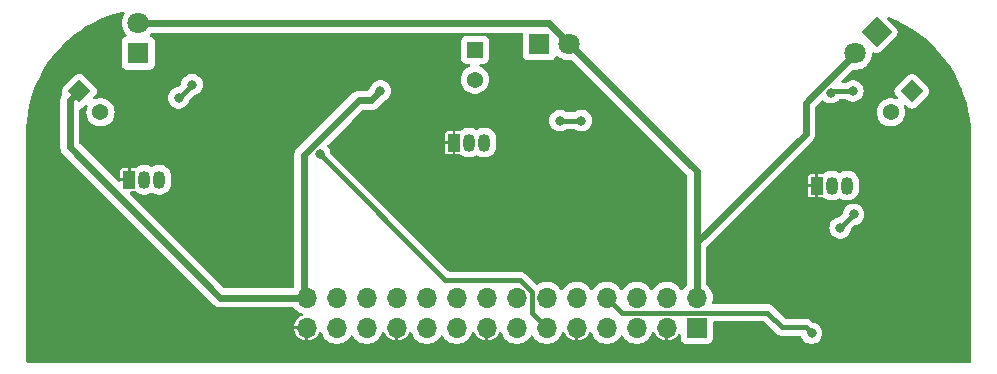
<source format=gbr>
%TF.GenerationSoftware,KiCad,Pcbnew,8.0.1*%
%TF.CreationDate,2024-03-24T13:46:44+02:00*%
%TF.ProjectId,EEE3088F Sensing Subsystem Project,45454533-3038-4384-9620-53656e73696e,rev?*%
%TF.SameCoordinates,Original*%
%TF.FileFunction,Copper,L2,Bot*%
%TF.FilePolarity,Positive*%
%FSLAX46Y46*%
G04 Gerber Fmt 4.6, Leading zero omitted, Abs format (unit mm)*
G04 Created by KiCad (PCBNEW 8.0.1) date 2024-03-24 13:46:44*
%MOMM*%
%LPD*%
G01*
G04 APERTURE LIST*
G04 Aperture macros list*
%AMRotRect*
0 Rectangle, with rotation*
0 The origin of the aperture is its center*
0 $1 length*
0 $2 width*
0 $3 Rotation angle, in degrees counterclockwise*
0 Add horizontal line*
21,1,$1,$2,0,0,$3*%
G04 Aperture macros list end*
%TA.AperFunction,ComponentPad*%
%ADD10RotRect,1.371600X1.371600X225.000000*%
%TD*%
%TA.AperFunction,ComponentPad*%
%ADD11C,1.371600*%
%TD*%
%TA.AperFunction,ComponentPad*%
%ADD12R,1.371600X1.371600*%
%TD*%
%TA.AperFunction,ComponentPad*%
%ADD13RotRect,1.371600X1.371600X315.000000*%
%TD*%
%TA.AperFunction,ComponentPad*%
%ADD14R,1.700000X1.700000*%
%TD*%
%TA.AperFunction,ComponentPad*%
%ADD15O,1.700000X1.700000*%
%TD*%
%TA.AperFunction,ComponentPad*%
%ADD16R,1.800000X1.800000*%
%TD*%
%TA.AperFunction,ComponentPad*%
%ADD17C,1.800000*%
%TD*%
%TA.AperFunction,ComponentPad*%
%ADD18RotRect,1.800000X1.800000X225.000000*%
%TD*%
%TA.AperFunction,ComponentPad*%
%ADD19R,1.050000X1.500000*%
%TD*%
%TA.AperFunction,ComponentPad*%
%ADD20O,1.050000X1.500000*%
%TD*%
%TA.AperFunction,ViaPad*%
%ADD21C,0.800000*%
%TD*%
%TA.AperFunction,Conductor*%
%ADD22C,0.600000*%
%TD*%
%TA.AperFunction,Conductor*%
%ADD23C,0.400000*%
%TD*%
G04 APERTURE END LIST*
D10*
%TO.P,LED3,1*%
%TO.N,3V3B*%
X122000000Y-120000000D03*
D11*
%TO.P,LED3,2*%
%TO.N,PA3*%
X120203949Y-121796051D03*
%TD*%
D12*
%TO.P,LED2,1*%
%TO.N,3V3B*%
X85000000Y-116500000D03*
D11*
%TO.P,LED2,2*%
%TO.N,PA4*%
X85000000Y-119040000D03*
%TD*%
D13*
%TO.P,LED1,1*%
%TO.N,3V3B*%
X51500000Y-120000000D03*
D11*
%TO.P,LED1,2*%
%TO.N,PA5*%
X53296051Y-121796051D03*
%TD*%
D14*
%TO.P,J1,1,Pin_1*%
%TO.N,RESV3*%
X103780000Y-140040000D03*
D15*
%TO.P,J1,2,Pin_2*%
%TO.N,3V3A*%
X103780000Y-137500000D03*
%TO.P,J1,3,Pin_3*%
%TO.N,GND*%
X101240000Y-140040000D03*
%TO.P,J1,4,Pin_4*%
%TO.N,BATT1*%
X101240000Y-137500000D03*
%TO.P,J1,5,Pin_5*%
%TO.N,PA3*%
X98700000Y-140040000D03*
%TO.P,J1,6,Pin_6*%
%TO.N,RESV2*%
X98700000Y-137500000D03*
%TO.P,J1,7,Pin_7*%
%TO.N,PA4*%
X96160000Y-140040000D03*
%TO.P,J1,8,Pin_8*%
%TO.N,PE15*%
X96160000Y-137500000D03*
%TO.P,J1,9,Pin_9*%
%TO.N,GND*%
X93620000Y-140040000D03*
%TO.P,J1,10,Pin_10*%
%TO.N,PE14*%
X93620000Y-137500000D03*
%TO.P,J1,11,Pin_11*%
%TO.N,PA5*%
X91080000Y-140040000D03*
%TO.P,J1,12,Pin_12*%
%TO.N,PE13*%
X91080000Y-137500000D03*
%TO.P,J1,13,Pin_13*%
%TO.N,PA6*%
X88540000Y-140040000D03*
%TO.P,J1,14,Pin_14*%
%TO.N,PE12*%
X88540000Y-137500000D03*
%TO.P,J1,15,Pin_15*%
%TO.N,GND*%
X86000000Y-140040000D03*
%TO.P,J1,16,Pin_16*%
%TO.N,PE11*%
X86000000Y-137500000D03*
%TO.P,J1,17,Pin_17*%
%TO.N,PA7*%
X83460000Y-140040000D03*
%TO.P,J1,18,Pin_18*%
%TO.N,PE10*%
X83460000Y-137500000D03*
%TO.P,J1,19,Pin_19*%
%TO.N,PC4*%
X80920000Y-140040000D03*
%TO.P,J1,20,Pin_20*%
%TO.N,PE9*%
X80920000Y-137500000D03*
%TO.P,J1,21,Pin_21*%
%TO.N,GND*%
X78380000Y-140040000D03*
%TO.P,J1,22,Pin_22*%
%TO.N,PE8*%
X78380000Y-137500000D03*
%TO.P,J1,23,Pin_23*%
%TO.N,PC5*%
X75840000Y-140040000D03*
%TO.P,J1,24,Pin_24*%
%TO.N,RESV1*%
X75840000Y-137500000D03*
%TO.P,J1,25,Pin_25*%
%TO.N,AB0*%
X73300000Y-140040000D03*
%TO.P,J1,26,Pin_26*%
%TO.N,BATT2*%
X73300000Y-137500000D03*
%TO.P,J1,27,Pin_27*%
%TO.N,GND*%
X70760000Y-140040000D03*
%TO.P,J1,28,Pin_28*%
%TO.N,3V3B*%
X70760000Y-137500000D03*
%TD*%
D16*
%TO.P,D2,1,K*%
%TO.N,Net-(D2-K)*%
X90460000Y-116000000D03*
D17*
%TO.P,D2,2,A*%
%TO.N,3V3A*%
X93000000Y-116000000D03*
%TD*%
D16*
%TO.P,D1,1,K*%
%TO.N,Net-(D1-K)*%
X56500000Y-116775000D03*
D17*
%TO.P,D1,2,A*%
%TO.N,3V3A*%
X56500000Y-114235000D03*
%TD*%
D18*
%TO.P,D3,1,K*%
%TO.N,Net-(D3-K)*%
X119000000Y-115000000D03*
D17*
%TO.P,D3,2,A*%
%TO.N,3V3A*%
X117203949Y-116796051D03*
%TD*%
D19*
%TO.P,Q2,1,E*%
%TO.N,GND*%
X83230000Y-124360000D03*
D20*
%TO.P,Q2,2,B*%
%TO.N,Net-(Q2-B)*%
X84500000Y-124360000D03*
%TO.P,Q2,3,C*%
%TO.N,Net-(Q2-C)*%
X85770000Y-124360000D03*
%TD*%
D19*
%TO.P,Q3,1,E*%
%TO.N,GND*%
X113960000Y-128000000D03*
D20*
%TO.P,Q3,2,B*%
%TO.N,Net-(Q3-B)*%
X115230001Y-128000000D03*
%TO.P,Q3,3,C*%
%TO.N,Net-(Q3-C)*%
X116500000Y-128000000D03*
%TD*%
%TO.P,Q1,3,C*%
%TO.N,Net-(Q1-C)*%
X58270000Y-127500000D03*
%TO.P,Q1,2,B*%
%TO.N,Net-(Q1-B)*%
X57000001Y-127500000D03*
D19*
%TO.P,Q1,1,E*%
%TO.N,GND*%
X55730000Y-127500000D03*
%TD*%
D21*
%TO.N,GND*%
X102500000Y-132500000D03*
X98000000Y-132500000D03*
%TO.N,PA3*%
X115136397Y-120136397D03*
X117000000Y-120000000D03*
%TO.N,GND*%
X96500000Y-125000000D03*
X98000000Y-123500000D03*
%TO.N,PE15*%
X113500000Y-140500000D03*
%TO.N,3V3B*%
X77000000Y-120000000D03*
%TO.N,PA5*%
X61047518Y-119452482D03*
X71863603Y-125363603D03*
%TO.N,Net-(Q3-B)*%
X117055686Y-130444314D03*
X115924315Y-131575685D03*
%TO.N,PA4*%
X92200000Y-122500000D03*
X94000000Y-122500000D03*
%TO.N,PA5*%
X59916147Y-120583853D03*
%TD*%
D22*
%TO.N,3V3A*%
X93000000Y-116000000D02*
X91235000Y-114235000D01*
X91235000Y-114235000D02*
X56500000Y-114235000D01*
X93000000Y-116000000D02*
X103780000Y-126780000D01*
X103780000Y-126780000D02*
X103780000Y-132812102D01*
%TO.N,3V3B*%
X51500000Y-120000000D02*
X50703949Y-120796051D01*
X50703949Y-120796051D02*
X50703949Y-124748949D01*
X50703949Y-124748949D02*
X63455000Y-137500000D01*
X63455000Y-137500000D02*
X70760000Y-137500000D01*
D23*
%TO.N,PA3*%
X117000000Y-120000000D02*
X115272794Y-120000000D01*
X115272794Y-120000000D02*
X115136397Y-120136397D01*
%TO.N,GND*%
X102500000Y-132500000D02*
X98000000Y-132500000D01*
D22*
%TO.N,3V3A*%
X103780000Y-137500000D02*
X103780000Y-132812102D01*
X103780000Y-132812102D02*
X113000000Y-123592102D01*
X113000000Y-123592102D02*
X113000000Y-121000000D01*
X113000000Y-121000000D02*
X117203949Y-116796051D01*
D23*
%TO.N,PA4*%
X94000000Y-122500000D02*
X92200000Y-122500000D01*
%TO.N,PE15*%
X113500000Y-140500000D02*
X113000000Y-140000000D01*
X113000000Y-140000000D02*
X111000000Y-140000000D01*
X111000000Y-140000000D02*
X109750000Y-138750000D01*
X109750000Y-138750000D02*
X97410000Y-138750000D01*
X97410000Y-138750000D02*
X96160000Y-137500000D01*
%TO.N,PA5*%
X71863603Y-125363603D02*
X82500000Y-136000000D01*
X88807767Y-136000000D02*
X89790000Y-136982233D01*
X82500000Y-136000000D02*
X88807767Y-136000000D01*
X89790000Y-138750000D02*
X91080000Y-140040000D01*
X89790000Y-136982233D02*
X89790000Y-138750000D01*
D22*
%TO.N,3V3B*%
X70760000Y-137500000D02*
X70500000Y-137240000D01*
X70500000Y-137240000D02*
X70500000Y-125454413D01*
X70500000Y-125454413D02*
X75158727Y-120795686D01*
X75158727Y-120795686D02*
X76204314Y-120795686D01*
X76204314Y-120795686D02*
X77000000Y-120000000D01*
D23*
%TO.N,GND*%
X98000000Y-123500000D02*
X96500000Y-125000000D01*
%TO.N,PE10*%
X83630000Y-137022233D02*
X83630000Y-138130000D01*
%TO.N,Net-(Q3-B)*%
X115924315Y-131575685D02*
X117055686Y-130444314D01*
%TO.N,PA5*%
X61047518Y-119452482D02*
X59916147Y-120583853D01*
%TD*%
%TA.AperFunction,Conductor*%
%TO.N,GND*%
G36*
X55270594Y-113266682D02*
G01*
X55326204Y-113308983D01*
X55350116Y-113374633D01*
X55334740Y-113442790D01*
X55330177Y-113450348D01*
X55257015Y-113562331D01*
X55163251Y-113776092D01*
X55105948Y-114002377D01*
X55086673Y-114234994D01*
X55086673Y-114235005D01*
X55105948Y-114467622D01*
X55163251Y-114693907D01*
X55257015Y-114907668D01*
X55384686Y-115103084D01*
X55471856Y-115197775D01*
X55502779Y-115260429D01*
X55494919Y-115329855D01*
X55450772Y-115384011D01*
X55423963Y-115397939D01*
X55353794Y-115424111D01*
X55236739Y-115511739D01*
X55149111Y-115628795D01*
X55098011Y-115765795D01*
X55098011Y-115765797D01*
X55091500Y-115826345D01*
X55091500Y-117723654D01*
X55098011Y-117784202D01*
X55098011Y-117784204D01*
X55117282Y-117835869D01*
X55149111Y-117921204D01*
X55236739Y-118038261D01*
X55353796Y-118125889D01*
X55490799Y-118176989D01*
X55518050Y-118179918D01*
X55551345Y-118183499D01*
X55551362Y-118183500D01*
X57448638Y-118183500D01*
X57448654Y-118183499D01*
X57475692Y-118180591D01*
X57509201Y-118176989D01*
X57646204Y-118125889D01*
X57763261Y-118038261D01*
X57850889Y-117921204D01*
X57901989Y-117784201D01*
X57905591Y-117750692D01*
X57908499Y-117723654D01*
X57908500Y-117723637D01*
X57908500Y-115826362D01*
X57908499Y-115826345D01*
X57905157Y-115795270D01*
X57901989Y-115765799D01*
X57901894Y-115765545D01*
X57873776Y-115690157D01*
X57850889Y-115628796D01*
X57763261Y-115511739D01*
X57646204Y-115424111D01*
X57576037Y-115397939D01*
X57520104Y-115356067D01*
X57495688Y-115290602D01*
X57510541Y-115222329D01*
X57528138Y-115197780D01*
X57615314Y-115103083D01*
X57617536Y-115099682D01*
X57670681Y-115054323D01*
X57721347Y-115043500D01*
X88927500Y-115043500D01*
X88994539Y-115063185D01*
X89040294Y-115115989D01*
X89051500Y-115167500D01*
X89051500Y-116948654D01*
X89058011Y-117009202D01*
X89058011Y-117009204D01*
X89101154Y-117124870D01*
X89109111Y-117146204D01*
X89196739Y-117263261D01*
X89313796Y-117350889D01*
X89450799Y-117401989D01*
X89478050Y-117404918D01*
X89511345Y-117408499D01*
X89511362Y-117408500D01*
X91408638Y-117408500D01*
X91408654Y-117408499D01*
X91435692Y-117405591D01*
X91469201Y-117401989D01*
X91606204Y-117350889D01*
X91723261Y-117263261D01*
X91810889Y-117146204D01*
X91835397Y-117080495D01*
X91877268Y-117024563D01*
X91942733Y-117000147D01*
X92011005Y-117014999D01*
X92038724Y-117036656D01*
X92039010Y-117036347D01*
X92042774Y-117039811D01*
X92042780Y-117039818D01*
X92226983Y-117183190D01*
X92226985Y-117183191D01*
X92226988Y-117183193D01*
X92321679Y-117234437D01*
X92432273Y-117294287D01*
X92546914Y-117333643D01*
X92653045Y-117370079D01*
X92653047Y-117370079D01*
X92653049Y-117370080D01*
X92883288Y-117408500D01*
X92883289Y-117408500D01*
X93116708Y-117408500D01*
X93116712Y-117408500D01*
X93180930Y-117397783D01*
X93250292Y-117406164D01*
X93289019Y-117432411D01*
X102935181Y-127078573D01*
X102968666Y-127139896D01*
X102971500Y-127166254D01*
X102971500Y-136347167D01*
X102951815Y-136414206D01*
X102923664Y-136445019D01*
X102856763Y-136497091D01*
X102856756Y-136497097D01*
X102704284Y-136662723D01*
X102704276Y-136662734D01*
X102613808Y-136801206D01*
X102560662Y-136846562D01*
X102491431Y-136855986D01*
X102428095Y-136826484D01*
X102406192Y-136801206D01*
X102315723Y-136662734D01*
X102315715Y-136662723D01*
X102163243Y-136497097D01*
X102163238Y-136497092D01*
X101985577Y-136358812D01*
X101985572Y-136358808D01*
X101787580Y-136251661D01*
X101787577Y-136251659D01*
X101787574Y-136251658D01*
X101787571Y-136251657D01*
X101787569Y-136251656D01*
X101574637Y-136178556D01*
X101352569Y-136141500D01*
X101127431Y-136141500D01*
X100905362Y-136178556D01*
X100692430Y-136251656D01*
X100692419Y-136251661D01*
X100494427Y-136358808D01*
X100494422Y-136358812D01*
X100316761Y-136497092D01*
X100316756Y-136497097D01*
X100164284Y-136662723D01*
X100164276Y-136662734D01*
X100073808Y-136801206D01*
X100020662Y-136846562D01*
X99951431Y-136855986D01*
X99888095Y-136826484D01*
X99866192Y-136801206D01*
X99775723Y-136662734D01*
X99775715Y-136662723D01*
X99623243Y-136497097D01*
X99623238Y-136497092D01*
X99445577Y-136358812D01*
X99445572Y-136358808D01*
X99247580Y-136251661D01*
X99247577Y-136251659D01*
X99247574Y-136251658D01*
X99247571Y-136251657D01*
X99247569Y-136251656D01*
X99034637Y-136178556D01*
X98812569Y-136141500D01*
X98587431Y-136141500D01*
X98365362Y-136178556D01*
X98152430Y-136251656D01*
X98152419Y-136251661D01*
X97954427Y-136358808D01*
X97954422Y-136358812D01*
X97776761Y-136497092D01*
X97776756Y-136497097D01*
X97624284Y-136662723D01*
X97624276Y-136662734D01*
X97533808Y-136801206D01*
X97480662Y-136846562D01*
X97411431Y-136855986D01*
X97348095Y-136826484D01*
X97326192Y-136801206D01*
X97235723Y-136662734D01*
X97235715Y-136662723D01*
X97083243Y-136497097D01*
X97083238Y-136497092D01*
X96905577Y-136358812D01*
X96905572Y-136358808D01*
X96707580Y-136251661D01*
X96707577Y-136251659D01*
X96707574Y-136251658D01*
X96707571Y-136251657D01*
X96707569Y-136251656D01*
X96494637Y-136178556D01*
X96272569Y-136141500D01*
X96047431Y-136141500D01*
X95825362Y-136178556D01*
X95612430Y-136251656D01*
X95612419Y-136251661D01*
X95414427Y-136358808D01*
X95414422Y-136358812D01*
X95236761Y-136497092D01*
X95236756Y-136497097D01*
X95084284Y-136662723D01*
X95084276Y-136662734D01*
X94993808Y-136801206D01*
X94940662Y-136846562D01*
X94871431Y-136855986D01*
X94808095Y-136826484D01*
X94786192Y-136801206D01*
X94695723Y-136662734D01*
X94695715Y-136662723D01*
X94543243Y-136497097D01*
X94543238Y-136497092D01*
X94365577Y-136358812D01*
X94365572Y-136358808D01*
X94167580Y-136251661D01*
X94167577Y-136251659D01*
X94167574Y-136251658D01*
X94167571Y-136251657D01*
X94167569Y-136251656D01*
X93954637Y-136178556D01*
X93732569Y-136141500D01*
X93507431Y-136141500D01*
X93285362Y-136178556D01*
X93072430Y-136251656D01*
X93072419Y-136251661D01*
X92874427Y-136358808D01*
X92874422Y-136358812D01*
X92696761Y-136497092D01*
X92696756Y-136497097D01*
X92544284Y-136662723D01*
X92544276Y-136662734D01*
X92453808Y-136801206D01*
X92400662Y-136846562D01*
X92331431Y-136855986D01*
X92268095Y-136826484D01*
X92246192Y-136801206D01*
X92155723Y-136662734D01*
X92155715Y-136662723D01*
X92003243Y-136497097D01*
X92003238Y-136497092D01*
X91825577Y-136358812D01*
X91825572Y-136358808D01*
X91627580Y-136251661D01*
X91627577Y-136251659D01*
X91627574Y-136251658D01*
X91627571Y-136251657D01*
X91627569Y-136251656D01*
X91414637Y-136178556D01*
X91192569Y-136141500D01*
X90967431Y-136141500D01*
X90745362Y-136178556D01*
X90532430Y-136251656D01*
X90532419Y-136251661D01*
X90334426Y-136358809D01*
X90334415Y-136358816D01*
X90327553Y-136364157D01*
X90262557Y-136389795D01*
X90194018Y-136376223D01*
X90163717Y-136353979D01*
X89259413Y-135449674D01*
X89259405Y-135449668D01*
X89143370Y-135372136D01*
X89143366Y-135372134D01*
X89116663Y-135361073D01*
X89052194Y-135334369D01*
X89052193Y-135334368D01*
X89014431Y-135318727D01*
X89014425Y-135318725D01*
X88945988Y-135305113D01*
X88877552Y-135291500D01*
X88877549Y-135291500D01*
X88877548Y-135291500D01*
X82844832Y-135291500D01*
X82777793Y-135271815D01*
X82757151Y-135255181D01*
X72797766Y-125295795D01*
X72764281Y-125234472D01*
X72762126Y-125221073D01*
X72761864Y-125218582D01*
X72757145Y-125173675D01*
X72744458Y-125134628D01*
X82455000Y-125134628D01*
X82469503Y-125207540D01*
X82469505Y-125207544D01*
X82524760Y-125290239D01*
X82607455Y-125345494D01*
X82607459Y-125345496D01*
X82680371Y-125359999D01*
X82680374Y-125360000D01*
X83105000Y-125360000D01*
X83105000Y-124714734D01*
X83180630Y-124735000D01*
X83279370Y-124735000D01*
X83355000Y-124714734D01*
X83355000Y-125360000D01*
X83762973Y-125360000D01*
X83830012Y-125379685D01*
X83840470Y-125387297D01*
X84010447Y-125500872D01*
X84010460Y-125500879D01*
X84198534Y-125578781D01*
X84198539Y-125578783D01*
X84398204Y-125618499D01*
X84398207Y-125618500D01*
X84398209Y-125618500D01*
X84601793Y-125618500D01*
X84601794Y-125618499D01*
X84801461Y-125578783D01*
X84989546Y-125500876D01*
X85066112Y-125449715D01*
X85132786Y-125428839D01*
X85200166Y-125447323D01*
X85203832Y-125449679D01*
X85280454Y-125500876D01*
X85280457Y-125500877D01*
X85280460Y-125500879D01*
X85468534Y-125578781D01*
X85468539Y-125578783D01*
X85668204Y-125618499D01*
X85668207Y-125618500D01*
X85668209Y-125618500D01*
X85871793Y-125618500D01*
X85871794Y-125618499D01*
X86071461Y-125578783D01*
X86259546Y-125500876D01*
X86428818Y-125387772D01*
X86572772Y-125243818D01*
X86685876Y-125074546D01*
X86687161Y-125071445D01*
X86703531Y-125031923D01*
X86763783Y-124886461D01*
X86803500Y-124686791D01*
X86803500Y-124033209D01*
X86803500Y-124033206D01*
X86803499Y-124033204D01*
X86798994Y-124010556D01*
X86763783Y-123833539D01*
X86761458Y-123827926D01*
X86685879Y-123645460D01*
X86685872Y-123645447D01*
X86572772Y-123476182D01*
X86572769Y-123476178D01*
X86428821Y-123332230D01*
X86428817Y-123332227D01*
X86259552Y-123219127D01*
X86259539Y-123219120D01*
X86071465Y-123141218D01*
X86071453Y-123141215D01*
X85871794Y-123101500D01*
X85871791Y-123101500D01*
X85668209Y-123101500D01*
X85668206Y-123101500D01*
X85468546Y-123141215D01*
X85468534Y-123141218D01*
X85280457Y-123219122D01*
X85203890Y-123270282D01*
X85137212Y-123291159D01*
X85069832Y-123272674D01*
X85066110Y-123270282D01*
X85042785Y-123254697D01*
X84989546Y-123219124D01*
X84989543Y-123219122D01*
X84989542Y-123219122D01*
X84801465Y-123141218D01*
X84801453Y-123141215D01*
X84601794Y-123101500D01*
X84601791Y-123101500D01*
X84398209Y-123101500D01*
X84398206Y-123101500D01*
X84198546Y-123141215D01*
X84198534Y-123141218D01*
X84010460Y-123219120D01*
X84010447Y-123219127D01*
X83899099Y-123293529D01*
X83841184Y-123332227D01*
X83836118Y-123335612D01*
X83835382Y-123334511D01*
X83777323Y-123359167D01*
X83762974Y-123360000D01*
X83355000Y-123360000D01*
X83355000Y-124005265D01*
X83279370Y-123985000D01*
X83180630Y-123985000D01*
X83105000Y-124005265D01*
X83105000Y-123360000D01*
X82680373Y-123360000D01*
X82607459Y-123374503D01*
X82607455Y-123374505D01*
X82524760Y-123429760D01*
X82469505Y-123512455D01*
X82469503Y-123512459D01*
X82455000Y-123585371D01*
X82455000Y-124235000D01*
X82875265Y-124235000D01*
X82855000Y-124310630D01*
X82855000Y-124409370D01*
X82875265Y-124485000D01*
X82455000Y-124485000D01*
X82455000Y-125134628D01*
X72744458Y-125134628D01*
X72698130Y-124992047D01*
X72602643Y-124826659D01*
X72524315Y-124739666D01*
X72494087Y-124676679D01*
X72502712Y-124607344D01*
X72528783Y-124569020D01*
X74597804Y-122500000D01*
X91286496Y-122500000D01*
X91306458Y-122689928D01*
X91306459Y-122689931D01*
X91365470Y-122871549D01*
X91365473Y-122871556D01*
X91460960Y-123036944D01*
X91588747Y-123178866D01*
X91743248Y-123291118D01*
X91917712Y-123368794D01*
X92104513Y-123408500D01*
X92295487Y-123408500D01*
X92482288Y-123368794D01*
X92656752Y-123291118D01*
X92685430Y-123270282D01*
X92737871Y-123232182D01*
X92803677Y-123208702D01*
X92810756Y-123208500D01*
X93389244Y-123208500D01*
X93456283Y-123228185D01*
X93462129Y-123232182D01*
X93543243Y-123291115D01*
X93543245Y-123291116D01*
X93543248Y-123291118D01*
X93717712Y-123368794D01*
X93904513Y-123408500D01*
X94095487Y-123408500D01*
X94282288Y-123368794D01*
X94456752Y-123291118D01*
X94611253Y-123178866D01*
X94739040Y-123036944D01*
X94834527Y-122871556D01*
X94893542Y-122689928D01*
X94913504Y-122500000D01*
X94893542Y-122310072D01*
X94834527Y-122128444D01*
X94739040Y-121963056D01*
X94611253Y-121821134D01*
X94456752Y-121708882D01*
X94282288Y-121631206D01*
X94282286Y-121631205D01*
X94095487Y-121591500D01*
X93904513Y-121591500D01*
X93717714Y-121631205D01*
X93543243Y-121708884D01*
X93462129Y-121767818D01*
X93396323Y-121791298D01*
X93389244Y-121791500D01*
X92810756Y-121791500D01*
X92743717Y-121771815D01*
X92737871Y-121767818D01*
X92656756Y-121708884D01*
X92604412Y-121685579D01*
X92482288Y-121631206D01*
X92482286Y-121631205D01*
X92295487Y-121591500D01*
X92104513Y-121591500D01*
X91917714Y-121631205D01*
X91743246Y-121708883D01*
X91588745Y-121821135D01*
X91460959Y-121963057D01*
X91365473Y-122128443D01*
X91365470Y-122128450D01*
X91306459Y-122310068D01*
X91306458Y-122310072D01*
X91286496Y-122500000D01*
X74597804Y-122500000D01*
X75457300Y-121640505D01*
X75518623Y-121607020D01*
X75544981Y-121604186D01*
X76283945Y-121604186D01*
X76283946Y-121604185D01*
X76440145Y-121573116D01*
X76513713Y-121542642D01*
X76587282Y-121512170D01*
X76719703Y-121423689D01*
X77252176Y-120891214D01*
X77289414Y-120865621D01*
X77456752Y-120791118D01*
X77611253Y-120678866D01*
X77739040Y-120536944D01*
X77834527Y-120371556D01*
X77893542Y-120189928D01*
X77913504Y-120000000D01*
X77893542Y-119810072D01*
X77834527Y-119628444D01*
X77739040Y-119463056D01*
X77611253Y-119321134D01*
X77456752Y-119208882D01*
X77282288Y-119131206D01*
X77282286Y-119131205D01*
X77095487Y-119091500D01*
X76904513Y-119091500D01*
X76717714Y-119131205D01*
X76543246Y-119208883D01*
X76388745Y-119321135D01*
X76260959Y-119463057D01*
X76165473Y-119628443D01*
X76165468Y-119628453D01*
X76144496Y-119692998D01*
X76114247Y-119742359D01*
X75905739Y-119950868D01*
X75844419Y-119984352D01*
X75818060Y-119987186D01*
X75079092Y-119987186D01*
X74922903Y-120018254D01*
X74922891Y-120018257D01*
X74870765Y-120039848D01*
X74870766Y-120039849D01*
X74775755Y-120079203D01*
X74643338Y-120167682D01*
X74643334Y-120167685D01*
X69871999Y-124939020D01*
X69871996Y-124939024D01*
X69783517Y-125071441D01*
X69758468Y-125131917D01*
X69722570Y-125218581D01*
X69722568Y-125218589D01*
X69691500Y-125374778D01*
X69691500Y-136567500D01*
X69671815Y-136634539D01*
X69619011Y-136680294D01*
X69567500Y-136691500D01*
X63841254Y-136691500D01*
X63774215Y-136671815D01*
X63753573Y-136655181D01*
X55810073Y-128711681D01*
X55776588Y-128650358D01*
X55781572Y-128580666D01*
X55823444Y-128524733D01*
X55888908Y-128500316D01*
X55897754Y-128500000D01*
X56262974Y-128500000D01*
X56330013Y-128519685D01*
X56340471Y-128527297D01*
X56510448Y-128640872D01*
X56510461Y-128640879D01*
X56681394Y-128711681D01*
X56698540Y-128718783D01*
X56898205Y-128758499D01*
X56898208Y-128758500D01*
X56898210Y-128758500D01*
X57101794Y-128758500D01*
X57101795Y-128758499D01*
X57301462Y-128718783D01*
X57489547Y-128640876D01*
X57489552Y-128640872D01*
X57489555Y-128640871D01*
X57527141Y-128615756D01*
X57566109Y-128589718D01*
X57632785Y-128568840D01*
X57700165Y-128587324D01*
X57703876Y-128589708D01*
X57780454Y-128640876D01*
X57780455Y-128640876D01*
X57780456Y-128640877D01*
X57951393Y-128711681D01*
X57968539Y-128718783D01*
X58168204Y-128758499D01*
X58168207Y-128758500D01*
X58168209Y-128758500D01*
X58371793Y-128758500D01*
X58371794Y-128758499D01*
X58571461Y-128718783D01*
X58759546Y-128640876D01*
X58928818Y-128527772D01*
X59072772Y-128383818D01*
X59185876Y-128214546D01*
X59263783Y-128026461D01*
X59303500Y-127826791D01*
X59303500Y-127173209D01*
X59303500Y-127173206D01*
X59303499Y-127173204D01*
X59296874Y-127139896D01*
X59263783Y-126973539D01*
X59216393Y-126859129D01*
X59185879Y-126785460D01*
X59185872Y-126785447D01*
X59072772Y-126616182D01*
X59072769Y-126616178D01*
X58928821Y-126472230D01*
X58928817Y-126472227D01*
X58759552Y-126359127D01*
X58759539Y-126359120D01*
X58571465Y-126281218D01*
X58571453Y-126281215D01*
X58371794Y-126241500D01*
X58371791Y-126241500D01*
X58168209Y-126241500D01*
X58168206Y-126241500D01*
X57968546Y-126281215D01*
X57968538Y-126281217D01*
X57780457Y-126359122D01*
X57780445Y-126359129D01*
X57703888Y-126410282D01*
X57637211Y-126431159D01*
X57569831Y-126412674D01*
X57566142Y-126410303D01*
X57489547Y-126359124D01*
X57489546Y-126359123D01*
X57489544Y-126359122D01*
X57301466Y-126281218D01*
X57301454Y-126281215D01*
X57101795Y-126241500D01*
X57101792Y-126241500D01*
X56898210Y-126241500D01*
X56898207Y-126241500D01*
X56698547Y-126281215D01*
X56698535Y-126281218D01*
X56510461Y-126359120D01*
X56510448Y-126359127D01*
X56365603Y-126455911D01*
X56341185Y-126472227D01*
X56336119Y-126475612D01*
X56335383Y-126474511D01*
X56277324Y-126499167D01*
X56262975Y-126500000D01*
X55855000Y-126500000D01*
X55855000Y-127145265D01*
X55779370Y-127125000D01*
X55680630Y-127125000D01*
X55605000Y-127145265D01*
X55605000Y-126500000D01*
X55180373Y-126500000D01*
X55107459Y-126514503D01*
X55107455Y-126514505D01*
X55024760Y-126569760D01*
X54969505Y-126652455D01*
X54969503Y-126652459D01*
X54955000Y-126725371D01*
X54955000Y-127375000D01*
X55375265Y-127375000D01*
X55355000Y-127450630D01*
X55355000Y-127549370D01*
X55375265Y-127625000D01*
X54955000Y-127625000D01*
X54926877Y-127653123D01*
X54865554Y-127686608D01*
X54795862Y-127681624D01*
X54751515Y-127653123D01*
X51548768Y-124450376D01*
X51515283Y-124389053D01*
X51512449Y-124362695D01*
X51512449Y-121589253D01*
X51532134Y-121522214D01*
X51584938Y-121476459D01*
X51618804Y-121466515D01*
X51644734Y-121462787D01*
X51644735Y-121462786D01*
X51644737Y-121462786D01*
X51685861Y-121444004D01*
X51777743Y-121402044D01*
X51825172Y-121363824D01*
X51988637Y-121200358D01*
X52049959Y-121166875D01*
X52119650Y-121171859D01*
X52175584Y-121213730D01*
X52200001Y-121279195D01*
X52187319Y-121343309D01*
X52177634Y-121362759D01*
X52177628Y-121362774D01*
X52117056Y-121575659D01*
X52096635Y-121796050D01*
X52096635Y-121796051D01*
X52117056Y-122016442D01*
X52177628Y-122229327D01*
X52177633Y-122229340D01*
X52233867Y-122342271D01*
X52276287Y-122427462D01*
X52409672Y-122604092D01*
X52573241Y-122753206D01*
X52573243Y-122753207D01*
X52573244Y-122753208D01*
X52761421Y-122869722D01*
X52761423Y-122869723D01*
X52761425Y-122869724D01*
X52967815Y-122949680D01*
X53185383Y-122990351D01*
X53185385Y-122990351D01*
X53406717Y-122990351D01*
X53406719Y-122990351D01*
X53624287Y-122949680D01*
X53830677Y-122869724D01*
X54018861Y-122753206D01*
X54182430Y-122604092D01*
X54315815Y-122427462D01*
X54414473Y-122229330D01*
X54475045Y-122016443D01*
X54495467Y-121796051D01*
X54475045Y-121575659D01*
X54414473Y-121362772D01*
X54400590Y-121334892D01*
X54333601Y-121200360D01*
X54315815Y-121164640D01*
X54182430Y-120988010D01*
X54018861Y-120838896D01*
X54018858Y-120838894D01*
X54018857Y-120838893D01*
X53830680Y-120722379D01*
X53830671Y-120722375D01*
X53648130Y-120651659D01*
X53624287Y-120642422D01*
X53406719Y-120601751D01*
X53185383Y-120601751D01*
X52967815Y-120642422D01*
X52967812Y-120642422D01*
X52967812Y-120642423D01*
X52828314Y-120696464D01*
X52758690Y-120702325D01*
X52696951Y-120669615D01*
X52662696Y-120608718D01*
X52664160Y-120583853D01*
X59002643Y-120583853D01*
X59022605Y-120773781D01*
X59022606Y-120773784D01*
X59081617Y-120955402D01*
X59081620Y-120955409D01*
X59177107Y-121120797D01*
X59304894Y-121262719D01*
X59459395Y-121374971D01*
X59633859Y-121452647D01*
X59820660Y-121492353D01*
X60011634Y-121492353D01*
X60198435Y-121452647D01*
X60372899Y-121374971D01*
X60527400Y-121262719D01*
X60655187Y-121120797D01*
X60750674Y-120955409D01*
X60809689Y-120773781D01*
X60814670Y-120726380D01*
X60841252Y-120661766D01*
X60850300Y-120651669D01*
X61114474Y-120387496D01*
X61175795Y-120354013D01*
X61176122Y-120353942D01*
X61329806Y-120321276D01*
X61504270Y-120243600D01*
X61658771Y-120131348D01*
X61786558Y-119989426D01*
X61882045Y-119824038D01*
X61941060Y-119642410D01*
X61961022Y-119452482D01*
X61941060Y-119262554D01*
X61882045Y-119080926D01*
X61858416Y-119040000D01*
X83800584Y-119040000D01*
X83821005Y-119260391D01*
X83881577Y-119473276D01*
X83881582Y-119473289D01*
X83980236Y-119671411D01*
X84071856Y-119792736D01*
X84113621Y-119848041D01*
X84277190Y-119997155D01*
X84277192Y-119997156D01*
X84277193Y-119997157D01*
X84465370Y-120113671D01*
X84465372Y-120113672D01*
X84465374Y-120113673D01*
X84671764Y-120193629D01*
X84889332Y-120234300D01*
X84889334Y-120234300D01*
X85110666Y-120234300D01*
X85110668Y-120234300D01*
X85328236Y-120193629D01*
X85534626Y-120113673D01*
X85722810Y-119997155D01*
X85886379Y-119848041D01*
X86019764Y-119671411D01*
X86118422Y-119473279D01*
X86178994Y-119260392D01*
X86199416Y-119040000D01*
X86178994Y-118819608D01*
X86118422Y-118606721D01*
X86106952Y-118583687D01*
X86070334Y-118510148D01*
X86019764Y-118408589D01*
X85886379Y-118231959D01*
X85722810Y-118082845D01*
X85722807Y-118082843D01*
X85722806Y-118082842D01*
X85534629Y-117966328D01*
X85534620Y-117966324D01*
X85450992Y-117933927D01*
X85395590Y-117891354D01*
X85371999Y-117825587D01*
X85387710Y-117757507D01*
X85437734Y-117708728D01*
X85495785Y-117694300D01*
X85734438Y-117694300D01*
X85734454Y-117694299D01*
X85761492Y-117691391D01*
X85795001Y-117687789D01*
X85932004Y-117636689D01*
X86049061Y-117549061D01*
X86136689Y-117432004D01*
X86187789Y-117295001D01*
X86192094Y-117254958D01*
X86194299Y-117234454D01*
X86194300Y-117234437D01*
X86194300Y-115765562D01*
X86194299Y-115765545D01*
X86190957Y-115734470D01*
X86187789Y-115704999D01*
X86182253Y-115690157D01*
X86153421Y-115612857D01*
X86136689Y-115567996D01*
X86049061Y-115450939D01*
X85932004Y-115363311D01*
X85795003Y-115312211D01*
X85734454Y-115305700D01*
X85734438Y-115305700D01*
X84265562Y-115305700D01*
X84265545Y-115305700D01*
X84204997Y-115312211D01*
X84204995Y-115312211D01*
X84067995Y-115363311D01*
X83950939Y-115450939D01*
X83863311Y-115567995D01*
X83812211Y-115704995D01*
X83812211Y-115704997D01*
X83805700Y-115765545D01*
X83805700Y-117234454D01*
X83812211Y-117295002D01*
X83812211Y-117295004D01*
X83840214Y-117370080D01*
X83863311Y-117432004D01*
X83950939Y-117549061D01*
X84067996Y-117636689D01*
X84204999Y-117687789D01*
X84232250Y-117690718D01*
X84265545Y-117694299D01*
X84265562Y-117694300D01*
X84504215Y-117694300D01*
X84571254Y-117713985D01*
X84617009Y-117766789D01*
X84626953Y-117835947D01*
X84597928Y-117899503D01*
X84549008Y-117933927D01*
X84465379Y-117966324D01*
X84465370Y-117966328D01*
X84277193Y-118082842D01*
X84113620Y-118231959D01*
X83980236Y-118408588D01*
X83881582Y-118606710D01*
X83881577Y-118606723D01*
X83821005Y-118819608D01*
X83800584Y-119039999D01*
X83800584Y-119040000D01*
X61858416Y-119040000D01*
X61786558Y-118915538D01*
X61658771Y-118773616D01*
X61504270Y-118661364D01*
X61329806Y-118583688D01*
X61329804Y-118583687D01*
X61143005Y-118543982D01*
X60952031Y-118543982D01*
X60765232Y-118583687D01*
X60765230Y-118583688D01*
X60647322Y-118636184D01*
X60590764Y-118661365D01*
X60436263Y-118773617D01*
X60308477Y-118915539D01*
X60212991Y-119080925D01*
X60212988Y-119080932D01*
X60153977Y-119262549D01*
X60153976Y-119262551D01*
X60148994Y-119309955D01*
X60122408Y-119374570D01*
X60113354Y-119384673D01*
X59849192Y-119648836D01*
X59787869Y-119682321D01*
X59787292Y-119682445D01*
X59633861Y-119715058D01*
X59459393Y-119792736D01*
X59304892Y-119904988D01*
X59177106Y-120046910D01*
X59081620Y-120212296D01*
X59081617Y-120212303D01*
X59022606Y-120393921D01*
X59022605Y-120393925D01*
X59002643Y-120583853D01*
X52664160Y-120583853D01*
X52666803Y-120538970D01*
X52695840Y-120493156D01*
X52863815Y-120325181D01*
X52863824Y-120325172D01*
X52902044Y-120277743D01*
X52962787Y-120144734D01*
X52983596Y-120000000D01*
X52962787Y-119855266D01*
X52962786Y-119855265D01*
X52962786Y-119855262D01*
X52902045Y-119722260D01*
X52902044Y-119722257D01*
X52863824Y-119674828D01*
X52863819Y-119674823D01*
X52863815Y-119674818D01*
X51825181Y-118636184D01*
X51825175Y-118636179D01*
X51825172Y-118636176D01*
X51777743Y-118597956D01*
X51777739Y-118597954D01*
X51644737Y-118537213D01*
X51644732Y-118537212D01*
X51500000Y-118516404D01*
X51355267Y-118537212D01*
X51355262Y-118537213D01*
X51222260Y-118597954D01*
X51222255Y-118597957D01*
X51174818Y-118636184D01*
X50136184Y-119674818D01*
X50097957Y-119722255D01*
X50097954Y-119722260D01*
X50037213Y-119855262D01*
X50037212Y-119855267D01*
X50016404Y-120000000D01*
X50037212Y-120144732D01*
X50037213Y-120144734D01*
X50057853Y-120189931D01*
X50061085Y-120197007D01*
X50071028Y-120266166D01*
X50051392Y-120317409D01*
X49987468Y-120413076D01*
X49987461Y-120413089D01*
X49964688Y-120468071D01*
X49964688Y-120468072D01*
X49926519Y-120560219D01*
X49926517Y-120560227D01*
X49895449Y-120716416D01*
X49895449Y-124828583D01*
X49926517Y-124984773D01*
X49926518Y-124984777D01*
X49926519Y-124984780D01*
X49946049Y-125031928D01*
X49987461Y-125131910D01*
X49987468Y-125131922D01*
X50075945Y-125264338D01*
X62939607Y-138128000D01*
X62939611Y-138128003D01*
X63072031Y-138216484D01*
X63158222Y-138252184D01*
X63219169Y-138277430D01*
X63375365Y-138308499D01*
X63375369Y-138308500D01*
X63375370Y-138308500D01*
X69603404Y-138308500D01*
X69670443Y-138328185D01*
X69694633Y-138348517D01*
X69836756Y-138502902D01*
X69836760Y-138502906D01*
X70014424Y-138641189D01*
X70014425Y-138641189D01*
X70014427Y-138641191D01*
X70115824Y-138696064D01*
X70212426Y-138748342D01*
X70251101Y-138761619D01*
X70334863Y-138790375D01*
X70391878Y-138830761D01*
X70418009Y-138895560D01*
X70404957Y-138964200D01*
X70356869Y-139014888D01*
X70339394Y-139023282D01*
X70267590Y-139051098D01*
X70267588Y-139051100D01*
X70094260Y-139158421D01*
X69943608Y-139295757D01*
X69820754Y-139458443D01*
X69729886Y-139640930D01*
X69729883Y-139640936D01*
X69674097Y-139837007D01*
X69674097Y-139837010D01*
X69666869Y-139914999D01*
X69666870Y-139915000D01*
X70275856Y-139915000D01*
X70260000Y-139974174D01*
X70260000Y-140105826D01*
X70275856Y-140165000D01*
X69666870Y-140165000D01*
X69674097Y-140242989D01*
X69674097Y-140242992D01*
X69729883Y-140439063D01*
X69729886Y-140439069D01*
X69820754Y-140621556D01*
X69943608Y-140784242D01*
X70094260Y-140921578D01*
X70267584Y-141028897D01*
X70457678Y-141102539D01*
X70635000Y-141135686D01*
X70635000Y-140524144D01*
X70694174Y-140540000D01*
X70825826Y-140540000D01*
X70885000Y-140524144D01*
X70885000Y-141135686D01*
X71062321Y-141102539D01*
X71252415Y-141028897D01*
X71425739Y-140921578D01*
X71576391Y-140784242D01*
X71699247Y-140621554D01*
X71779935Y-140459511D01*
X71827438Y-140408273D01*
X71895100Y-140390852D01*
X71961441Y-140412777D01*
X72005396Y-140467089D01*
X72008957Y-140477784D01*
X72009036Y-140477758D01*
X72010703Y-140482613D01*
X72010704Y-140482616D01*
X72020928Y-140505925D01*
X72101140Y-140688792D01*
X72224276Y-140877265D01*
X72224284Y-140877276D01*
X72376756Y-141042902D01*
X72376760Y-141042906D01*
X72554424Y-141181189D01*
X72554425Y-141181189D01*
X72554427Y-141181191D01*
X72681135Y-141249761D01*
X72752426Y-141288342D01*
X72965365Y-141361444D01*
X73187431Y-141398500D01*
X73412569Y-141398500D01*
X73634635Y-141361444D01*
X73847574Y-141288342D01*
X74045576Y-141181189D01*
X74223240Y-141042906D01*
X74375722Y-140877268D01*
X74466193Y-140738790D01*
X74519338Y-140693437D01*
X74588569Y-140684013D01*
X74651905Y-140713515D01*
X74673804Y-140738787D01*
X74764278Y-140877268D01*
X74764283Y-140877273D01*
X74764284Y-140877276D01*
X74916756Y-141042902D01*
X74916760Y-141042906D01*
X75094424Y-141181189D01*
X75094425Y-141181189D01*
X75094427Y-141181191D01*
X75221135Y-141249761D01*
X75292426Y-141288342D01*
X75505365Y-141361444D01*
X75727431Y-141398500D01*
X75952569Y-141398500D01*
X76174635Y-141361444D01*
X76387574Y-141288342D01*
X76585576Y-141181189D01*
X76763240Y-141042906D01*
X76915722Y-140877268D01*
X77038860Y-140688791D01*
X77129296Y-140482616D01*
X77129298Y-140482604D01*
X77130964Y-140477758D01*
X77132455Y-140478270D01*
X77164372Y-140424210D01*
X77226783Y-140392800D01*
X77296268Y-140400118D01*
X77350767Y-140443841D01*
X77360064Y-140459510D01*
X77440754Y-140621556D01*
X77563608Y-140784242D01*
X77714260Y-140921578D01*
X77887584Y-141028897D01*
X78077678Y-141102539D01*
X78255000Y-141135686D01*
X78255000Y-140524144D01*
X78314174Y-140540000D01*
X78445826Y-140540000D01*
X78505000Y-140524144D01*
X78505000Y-141135686D01*
X78682321Y-141102539D01*
X78872415Y-141028897D01*
X79045739Y-140921578D01*
X79196391Y-140784242D01*
X79319247Y-140621554D01*
X79399935Y-140459511D01*
X79447438Y-140408273D01*
X79515100Y-140390852D01*
X79581441Y-140412777D01*
X79625396Y-140467089D01*
X79628957Y-140477784D01*
X79629036Y-140477758D01*
X79630703Y-140482613D01*
X79630704Y-140482616D01*
X79640928Y-140505925D01*
X79721140Y-140688792D01*
X79844276Y-140877265D01*
X79844284Y-140877276D01*
X79996756Y-141042902D01*
X79996760Y-141042906D01*
X80174424Y-141181189D01*
X80174425Y-141181189D01*
X80174427Y-141181191D01*
X80301135Y-141249761D01*
X80372426Y-141288342D01*
X80585365Y-141361444D01*
X80807431Y-141398500D01*
X81032569Y-141398500D01*
X81254635Y-141361444D01*
X81467574Y-141288342D01*
X81665576Y-141181189D01*
X81843240Y-141042906D01*
X81995722Y-140877268D01*
X82086193Y-140738790D01*
X82139338Y-140693437D01*
X82208569Y-140684013D01*
X82271905Y-140713515D01*
X82293804Y-140738787D01*
X82384278Y-140877268D01*
X82384283Y-140877273D01*
X82384284Y-140877276D01*
X82536756Y-141042902D01*
X82536760Y-141042906D01*
X82714424Y-141181189D01*
X82714425Y-141181189D01*
X82714427Y-141181191D01*
X82841135Y-141249761D01*
X82912426Y-141288342D01*
X83125365Y-141361444D01*
X83347431Y-141398500D01*
X83572569Y-141398500D01*
X83794635Y-141361444D01*
X84007574Y-141288342D01*
X84205576Y-141181189D01*
X84383240Y-141042906D01*
X84535722Y-140877268D01*
X84658860Y-140688791D01*
X84749296Y-140482616D01*
X84749298Y-140482604D01*
X84750964Y-140477758D01*
X84752455Y-140478270D01*
X84784372Y-140424210D01*
X84846783Y-140392800D01*
X84916268Y-140400118D01*
X84970767Y-140443841D01*
X84980064Y-140459510D01*
X85060754Y-140621556D01*
X85183608Y-140784242D01*
X85334260Y-140921578D01*
X85507584Y-141028897D01*
X85697678Y-141102539D01*
X85875000Y-141135686D01*
X85875000Y-140524144D01*
X85934174Y-140540000D01*
X86065826Y-140540000D01*
X86125000Y-140524144D01*
X86125000Y-141135686D01*
X86302321Y-141102539D01*
X86492415Y-141028897D01*
X86665739Y-140921578D01*
X86816391Y-140784242D01*
X86939247Y-140621554D01*
X87019935Y-140459511D01*
X87067438Y-140408273D01*
X87135100Y-140390852D01*
X87201441Y-140412777D01*
X87245396Y-140467089D01*
X87248957Y-140477784D01*
X87249036Y-140477758D01*
X87250703Y-140482613D01*
X87250704Y-140482616D01*
X87260928Y-140505925D01*
X87341140Y-140688792D01*
X87464276Y-140877265D01*
X87464284Y-140877276D01*
X87616756Y-141042902D01*
X87616760Y-141042906D01*
X87794424Y-141181189D01*
X87794425Y-141181189D01*
X87794427Y-141181191D01*
X87921135Y-141249761D01*
X87992426Y-141288342D01*
X88205365Y-141361444D01*
X88427431Y-141398500D01*
X88652569Y-141398500D01*
X88874635Y-141361444D01*
X89087574Y-141288342D01*
X89285576Y-141181189D01*
X89463240Y-141042906D01*
X89615722Y-140877268D01*
X89706193Y-140738790D01*
X89759338Y-140693437D01*
X89828569Y-140684013D01*
X89891905Y-140713515D01*
X89913804Y-140738787D01*
X90004278Y-140877268D01*
X90004283Y-140877273D01*
X90004284Y-140877276D01*
X90156756Y-141042902D01*
X90156760Y-141042906D01*
X90334424Y-141181189D01*
X90334425Y-141181189D01*
X90334427Y-141181191D01*
X90461135Y-141249761D01*
X90532426Y-141288342D01*
X90745365Y-141361444D01*
X90967431Y-141398500D01*
X91192569Y-141398500D01*
X91414635Y-141361444D01*
X91627574Y-141288342D01*
X91825576Y-141181189D01*
X92003240Y-141042906D01*
X92155722Y-140877268D01*
X92278860Y-140688791D01*
X92369296Y-140482616D01*
X92369298Y-140482604D01*
X92370964Y-140477758D01*
X92372455Y-140478270D01*
X92404372Y-140424210D01*
X92466783Y-140392800D01*
X92536268Y-140400118D01*
X92590767Y-140443841D01*
X92600064Y-140459510D01*
X92680754Y-140621556D01*
X92803608Y-140784242D01*
X92954260Y-140921578D01*
X93127584Y-141028897D01*
X93317678Y-141102539D01*
X93495000Y-141135686D01*
X93495000Y-140524144D01*
X93554174Y-140540000D01*
X93685826Y-140540000D01*
X93745000Y-140524144D01*
X93745000Y-141135686D01*
X93922321Y-141102539D01*
X94112415Y-141028897D01*
X94285739Y-140921578D01*
X94436391Y-140784242D01*
X94559247Y-140621554D01*
X94639935Y-140459511D01*
X94687438Y-140408273D01*
X94755100Y-140390852D01*
X94821441Y-140412777D01*
X94865396Y-140467089D01*
X94868957Y-140477784D01*
X94869036Y-140477758D01*
X94870703Y-140482613D01*
X94870704Y-140482616D01*
X94880928Y-140505925D01*
X94961140Y-140688792D01*
X95084276Y-140877265D01*
X95084284Y-140877276D01*
X95236756Y-141042902D01*
X95236760Y-141042906D01*
X95414424Y-141181189D01*
X95414425Y-141181189D01*
X95414427Y-141181191D01*
X95541135Y-141249761D01*
X95612426Y-141288342D01*
X95825365Y-141361444D01*
X96047431Y-141398500D01*
X96272569Y-141398500D01*
X96494635Y-141361444D01*
X96707574Y-141288342D01*
X96905576Y-141181189D01*
X97083240Y-141042906D01*
X97235722Y-140877268D01*
X97326193Y-140738790D01*
X97379338Y-140693437D01*
X97448569Y-140684013D01*
X97511905Y-140713515D01*
X97533804Y-140738787D01*
X97624278Y-140877268D01*
X97624283Y-140877273D01*
X97624284Y-140877276D01*
X97776756Y-141042902D01*
X97776760Y-141042906D01*
X97954424Y-141181189D01*
X97954425Y-141181189D01*
X97954427Y-141181191D01*
X98081135Y-141249761D01*
X98152426Y-141288342D01*
X98365365Y-141361444D01*
X98587431Y-141398500D01*
X98812569Y-141398500D01*
X99034635Y-141361444D01*
X99247574Y-141288342D01*
X99445576Y-141181189D01*
X99623240Y-141042906D01*
X99775722Y-140877268D01*
X99898860Y-140688791D01*
X99989296Y-140482616D01*
X99989298Y-140482604D01*
X99990964Y-140477758D01*
X99992455Y-140478270D01*
X100024372Y-140424210D01*
X100086783Y-140392800D01*
X100156268Y-140400118D01*
X100210767Y-140443841D01*
X100220064Y-140459510D01*
X100300754Y-140621556D01*
X100423608Y-140784242D01*
X100574260Y-140921578D01*
X100747584Y-141028897D01*
X100937678Y-141102539D01*
X101115000Y-141135686D01*
X101115000Y-140524144D01*
X101174174Y-140540000D01*
X101305826Y-140540000D01*
X101365000Y-140524144D01*
X101365000Y-141135686D01*
X101542321Y-141102539D01*
X101732415Y-141028897D01*
X101905739Y-140921578D01*
X102056391Y-140784242D01*
X102179245Y-140621557D01*
X102186499Y-140606989D01*
X102234001Y-140555751D01*
X102301663Y-140538329D01*
X102368004Y-140560253D01*
X102411960Y-140614564D01*
X102421500Y-140662259D01*
X102421500Y-140938654D01*
X102428011Y-140999202D01*
X102428011Y-140999204D01*
X102466554Y-141102539D01*
X102479111Y-141136204D01*
X102566739Y-141253261D01*
X102683796Y-141340889D01*
X102820799Y-141391989D01*
X102848050Y-141394918D01*
X102881345Y-141398499D01*
X102881362Y-141398500D01*
X104678638Y-141398500D01*
X104678654Y-141398499D01*
X104705692Y-141395591D01*
X104739201Y-141391989D01*
X104876204Y-141340889D01*
X104993261Y-141253261D01*
X105080889Y-141136204D01*
X105131989Y-140999201D01*
X105135591Y-140965692D01*
X105138499Y-140938654D01*
X105138500Y-140938637D01*
X105138500Y-139582500D01*
X105158185Y-139515461D01*
X105210989Y-139469706D01*
X105262500Y-139458500D01*
X109405167Y-139458500D01*
X109472206Y-139478185D01*
X109492848Y-139494819D01*
X110548353Y-140550325D01*
X110548357Y-140550328D01*
X110664392Y-140627861D01*
X110664405Y-140627868D01*
X110747434Y-140662259D01*
X110755572Y-140665630D01*
X110793338Y-140681273D01*
X110828854Y-140688337D01*
X110861730Y-140694877D01*
X110861754Y-140694881D01*
X110861778Y-140694886D01*
X110913108Y-140705096D01*
X110930217Y-140708500D01*
X110930218Y-140708500D01*
X110930219Y-140708500D01*
X112522401Y-140708500D01*
X112589440Y-140728185D01*
X112635195Y-140780989D01*
X112640332Y-140794181D01*
X112665471Y-140871552D01*
X112665473Y-140871556D01*
X112760960Y-141036944D01*
X112888747Y-141178866D01*
X113043248Y-141291118D01*
X113217712Y-141368794D01*
X113404513Y-141408500D01*
X113595487Y-141408500D01*
X113782288Y-141368794D01*
X113956752Y-141291118D01*
X114111253Y-141178866D01*
X114239040Y-141036944D01*
X114334527Y-140871556D01*
X114393542Y-140689928D01*
X114413504Y-140500000D01*
X114393542Y-140310072D01*
X114334527Y-140128444D01*
X114239040Y-139963056D01*
X114111253Y-139821134D01*
X113956752Y-139708882D01*
X113782288Y-139631206D01*
X113782286Y-139631205D01*
X113782285Y-139631205D01*
X113628854Y-139598592D01*
X113567372Y-139565399D01*
X113567092Y-139565121D01*
X113451643Y-139449672D01*
X113451642Y-139449671D01*
X113451641Y-139449670D01*
X113451638Y-139449668D01*
X113335603Y-139372136D01*
X113335599Y-139372134D01*
X113308896Y-139361073D01*
X113244427Y-139334369D01*
X113244426Y-139334368D01*
X113206666Y-139318728D01*
X113206658Y-139318726D01*
X113114163Y-139300328D01*
X113084575Y-139294442D01*
X113069783Y-139291500D01*
X113069782Y-139291500D01*
X113069781Y-139291500D01*
X111344833Y-139291500D01*
X111277794Y-139271815D01*
X111257152Y-139255181D01*
X110201646Y-138199674D01*
X110201638Y-138199668D01*
X110085603Y-138122136D01*
X110085599Y-138122134D01*
X110058896Y-138111073D01*
X109994427Y-138084369D01*
X109994426Y-138084368D01*
X109956666Y-138068728D01*
X109956658Y-138068726D01*
X109854973Y-138048500D01*
X109831512Y-138043833D01*
X109819783Y-138041500D01*
X109819782Y-138041500D01*
X109819781Y-138041500D01*
X105203571Y-138041500D01*
X105136532Y-138021815D01*
X105090777Y-137969011D01*
X105080833Y-137899853D01*
X105083365Y-137887060D01*
X105124563Y-137724371D01*
X105124564Y-137724368D01*
X105143156Y-137500000D01*
X105124564Y-137275632D01*
X105069296Y-137057384D01*
X104978860Y-136851209D01*
X104962706Y-136826484D01*
X104855723Y-136662734D01*
X104855715Y-136662723D01*
X104703243Y-136497097D01*
X104703241Y-136497096D01*
X104703240Y-136497094D01*
X104694785Y-136490513D01*
X104636336Y-136445019D01*
X104595524Y-136388309D01*
X104588500Y-136347167D01*
X104588500Y-133198356D01*
X104608185Y-133131317D01*
X104624819Y-133110675D01*
X106159809Y-131575685D01*
X115010811Y-131575685D01*
X115030773Y-131765613D01*
X115030774Y-131765616D01*
X115089785Y-131947234D01*
X115089788Y-131947241D01*
X115185275Y-132112629D01*
X115313062Y-132254551D01*
X115467563Y-132366803D01*
X115642027Y-132444479D01*
X115828828Y-132484185D01*
X116019802Y-132484185D01*
X116206603Y-132444479D01*
X116381067Y-132366803D01*
X116535568Y-132254551D01*
X116663355Y-132112629D01*
X116758842Y-131947241D01*
X116817857Y-131765613D01*
X116822838Y-131718212D01*
X116849420Y-131653598D01*
X116858468Y-131643501D01*
X117122642Y-131379328D01*
X117183963Y-131345845D01*
X117184290Y-131345774D01*
X117337974Y-131313108D01*
X117512438Y-131235432D01*
X117666939Y-131123180D01*
X117794726Y-130981258D01*
X117890213Y-130815870D01*
X117949228Y-130634242D01*
X117969190Y-130444314D01*
X117949228Y-130254386D01*
X117890213Y-130072758D01*
X117794726Y-129907370D01*
X117666939Y-129765448D01*
X117512438Y-129653196D01*
X117337974Y-129575520D01*
X117337972Y-129575519D01*
X117151173Y-129535814D01*
X116960199Y-129535814D01*
X116773400Y-129575519D01*
X116598932Y-129653197D01*
X116444431Y-129765449D01*
X116316645Y-129907371D01*
X116221159Y-130072757D01*
X116221156Y-130072764D01*
X116162145Y-130254381D01*
X116162144Y-130254383D01*
X116157162Y-130301787D01*
X116130576Y-130366402D01*
X116121522Y-130376505D01*
X115857360Y-130640668D01*
X115796037Y-130674153D01*
X115795460Y-130674277D01*
X115642029Y-130706890D01*
X115467561Y-130784568D01*
X115313060Y-130896820D01*
X115185274Y-131038742D01*
X115089788Y-131204128D01*
X115089785Y-131204135D01*
X115032861Y-131379330D01*
X115030773Y-131385757D01*
X115010811Y-131575685D01*
X106159809Y-131575685D01*
X108960866Y-128774628D01*
X113185000Y-128774628D01*
X113199503Y-128847540D01*
X113199505Y-128847544D01*
X113254760Y-128930239D01*
X113337455Y-128985494D01*
X113337459Y-128985496D01*
X113410371Y-128999999D01*
X113410374Y-129000000D01*
X113835000Y-129000000D01*
X113835000Y-128354734D01*
X113910630Y-128375000D01*
X114009370Y-128375000D01*
X114085000Y-128354734D01*
X114085000Y-129000000D01*
X114492974Y-129000000D01*
X114560013Y-129019685D01*
X114570471Y-129027297D01*
X114740448Y-129140872D01*
X114740461Y-129140879D01*
X114928535Y-129218781D01*
X114928540Y-129218783D01*
X115128205Y-129258499D01*
X115128208Y-129258500D01*
X115128210Y-129258500D01*
X115331794Y-129258500D01*
X115331795Y-129258499D01*
X115531462Y-129218783D01*
X115719547Y-129140876D01*
X115719552Y-129140872D01*
X115719555Y-129140871D01*
X115757141Y-129115756D01*
X115796109Y-129089718D01*
X115862785Y-129068840D01*
X115930165Y-129087324D01*
X115933876Y-129089708D01*
X116010454Y-129140876D01*
X116198539Y-129218783D01*
X116398204Y-129258499D01*
X116398207Y-129258500D01*
X116398209Y-129258500D01*
X116601793Y-129258500D01*
X116601794Y-129258499D01*
X116801461Y-129218783D01*
X116989546Y-129140876D01*
X117158818Y-129027772D01*
X117302772Y-128883818D01*
X117415876Y-128714546D01*
X117493783Y-128526461D01*
X117533500Y-128326791D01*
X117533500Y-127673209D01*
X117533500Y-127673206D01*
X117533499Y-127673204D01*
X117527838Y-127644745D01*
X117493783Y-127473539D01*
X117452967Y-127375000D01*
X117415879Y-127285460D01*
X117415872Y-127285447D01*
X117302772Y-127116182D01*
X117302769Y-127116178D01*
X117158821Y-126972230D01*
X117158817Y-126972227D01*
X116989552Y-126859127D01*
X116989539Y-126859120D01*
X116801465Y-126781218D01*
X116801453Y-126781215D01*
X116601794Y-126741500D01*
X116601791Y-126741500D01*
X116398209Y-126741500D01*
X116398206Y-126741500D01*
X116198546Y-126781215D01*
X116198538Y-126781217D01*
X116010457Y-126859122D01*
X116010445Y-126859129D01*
X115933888Y-126910282D01*
X115867211Y-126931159D01*
X115799831Y-126912674D01*
X115796142Y-126910303D01*
X115719547Y-126859124D01*
X115719546Y-126859123D01*
X115719544Y-126859122D01*
X115531466Y-126781218D01*
X115531454Y-126781215D01*
X115331795Y-126741500D01*
X115331792Y-126741500D01*
X115128210Y-126741500D01*
X115128207Y-126741500D01*
X114928547Y-126781215D01*
X114928535Y-126781218D01*
X114740461Y-126859120D01*
X114740448Y-126859127D01*
X114595603Y-126955911D01*
X114571185Y-126972227D01*
X114566119Y-126975612D01*
X114565383Y-126974511D01*
X114507324Y-126999167D01*
X114492975Y-127000000D01*
X114085000Y-127000000D01*
X114085000Y-127645265D01*
X114009370Y-127625000D01*
X113910630Y-127625000D01*
X113835000Y-127645265D01*
X113835000Y-127000000D01*
X113410373Y-127000000D01*
X113337459Y-127014503D01*
X113337455Y-127014505D01*
X113254760Y-127069760D01*
X113199505Y-127152455D01*
X113199503Y-127152459D01*
X113185000Y-127225371D01*
X113185000Y-127875000D01*
X113605265Y-127875000D01*
X113585000Y-127950630D01*
X113585000Y-128049370D01*
X113605265Y-128125000D01*
X113185000Y-128125000D01*
X113185000Y-128774628D01*
X108960866Y-128774628D01*
X113628003Y-124107491D01*
X113716484Y-123975070D01*
X113746956Y-123901501D01*
X113777430Y-123827933D01*
X113808500Y-123671732D01*
X113808500Y-121796051D01*
X119004533Y-121796051D01*
X119024954Y-122016442D01*
X119085526Y-122229327D01*
X119085531Y-122229340D01*
X119141765Y-122342271D01*
X119184185Y-122427462D01*
X119317570Y-122604092D01*
X119481139Y-122753206D01*
X119481141Y-122753207D01*
X119481142Y-122753208D01*
X119669319Y-122869722D01*
X119669321Y-122869723D01*
X119669323Y-122869724D01*
X119875713Y-122949680D01*
X120093281Y-122990351D01*
X120093283Y-122990351D01*
X120314615Y-122990351D01*
X120314617Y-122990351D01*
X120532185Y-122949680D01*
X120738575Y-122869724D01*
X120926759Y-122753206D01*
X121090328Y-122604092D01*
X121223713Y-122427462D01*
X121322371Y-122229330D01*
X121382943Y-122016443D01*
X121403365Y-121796051D01*
X121382943Y-121575659D01*
X121322371Y-121362772D01*
X121312682Y-121343313D01*
X121300421Y-121274528D01*
X121327294Y-121210033D01*
X121384769Y-121170305D01*
X121454600Y-121167957D01*
X121511363Y-121200360D01*
X121674818Y-121363815D01*
X121674823Y-121363819D01*
X121674828Y-121363824D01*
X121722257Y-121402044D01*
X121763384Y-121420826D01*
X121855262Y-121462786D01*
X121855265Y-121462786D01*
X121855266Y-121462787D01*
X122000000Y-121483596D01*
X122144734Y-121462787D01*
X122144735Y-121462786D01*
X122144737Y-121462786D01*
X122185861Y-121444004D01*
X122277743Y-121402044D01*
X122325172Y-121363824D01*
X123363824Y-120325172D01*
X123402044Y-120277743D01*
X123462787Y-120144734D01*
X123483596Y-120000000D01*
X123462787Y-119855266D01*
X123462786Y-119855265D01*
X123462786Y-119855262D01*
X123402045Y-119722260D01*
X123402044Y-119722257D01*
X123363824Y-119674828D01*
X123363819Y-119674823D01*
X123363815Y-119674818D01*
X122325181Y-118636184D01*
X122325175Y-118636179D01*
X122325172Y-118636176D01*
X122277743Y-118597956D01*
X122277739Y-118597954D01*
X122144737Y-118537213D01*
X122144732Y-118537212D01*
X122000000Y-118516404D01*
X121855267Y-118537212D01*
X121855262Y-118537213D01*
X121722260Y-118597954D01*
X121722255Y-118597957D01*
X121674818Y-118636184D01*
X120636184Y-119674818D01*
X120597957Y-119722255D01*
X120597954Y-119722260D01*
X120537213Y-119855262D01*
X120537212Y-119855267D01*
X120516404Y-120000000D01*
X120537212Y-120144732D01*
X120537213Y-120144737D01*
X120592669Y-120266166D01*
X120597956Y-120277743D01*
X120636176Y-120325172D01*
X120636179Y-120325175D01*
X120636184Y-120325181D01*
X120804159Y-120493156D01*
X120837644Y-120554479D01*
X120832660Y-120624171D01*
X120790788Y-120680104D01*
X120725324Y-120704521D01*
X120671685Y-120696464D01*
X120556028Y-120651659D01*
X120532185Y-120642422D01*
X120314617Y-120601751D01*
X120093281Y-120601751D01*
X119875713Y-120642422D01*
X119875710Y-120642422D01*
X119875710Y-120642423D01*
X119669328Y-120722375D01*
X119669319Y-120722379D01*
X119481142Y-120838893D01*
X119317569Y-120988010D01*
X119184185Y-121164639D01*
X119085531Y-121362761D01*
X119085526Y-121362774D01*
X119024954Y-121575659D01*
X119004533Y-121796050D01*
X119004533Y-121796051D01*
X113808500Y-121796051D01*
X113808500Y-121386253D01*
X113828185Y-121319214D01*
X113844815Y-121298576D01*
X114339402Y-120803988D01*
X114400725Y-120770504D01*
X114470417Y-120775488D01*
X114519233Y-120808698D01*
X114525144Y-120815263D01*
X114679645Y-120927515D01*
X114854109Y-121005191D01*
X115040910Y-121044897D01*
X115231884Y-121044897D01*
X115418685Y-121005191D01*
X115593149Y-120927515D01*
X115747650Y-120815263D01*
X115747655Y-120815258D01*
X115806839Y-120749528D01*
X115866326Y-120712879D01*
X115898989Y-120708500D01*
X116389244Y-120708500D01*
X116456283Y-120728185D01*
X116462129Y-120732182D01*
X116543243Y-120791115D01*
X116543245Y-120791116D01*
X116543248Y-120791118D01*
X116717712Y-120868794D01*
X116904513Y-120908500D01*
X117095487Y-120908500D01*
X117282288Y-120868794D01*
X117456752Y-120791118D01*
X117611253Y-120678866D01*
X117739040Y-120536944D01*
X117834527Y-120371556D01*
X117893542Y-120189928D01*
X117913504Y-120000000D01*
X117893542Y-119810072D01*
X117834527Y-119628444D01*
X117739040Y-119463056D01*
X117611253Y-119321134D01*
X117456752Y-119208882D01*
X117282288Y-119131206D01*
X117282286Y-119131205D01*
X117095487Y-119091500D01*
X116904513Y-119091500D01*
X116717714Y-119131205D01*
X116543243Y-119208884D01*
X116462129Y-119267818D01*
X116396323Y-119291298D01*
X116389244Y-119291500D01*
X116151254Y-119291500D01*
X116084215Y-119271815D01*
X116038460Y-119219011D01*
X116028516Y-119149853D01*
X116057541Y-119086297D01*
X116063573Y-119079819D01*
X116227854Y-118915538D01*
X116914930Y-118228460D01*
X116976251Y-118194977D01*
X117023015Y-118193834D01*
X117087237Y-118204551D01*
X117087239Y-118204551D01*
X117320660Y-118204551D01*
X117320661Y-118204551D01*
X117550900Y-118166131D01*
X117771676Y-118090338D01*
X117976966Y-117979241D01*
X118161169Y-117835869D01*
X118319263Y-117664134D01*
X118446933Y-117468720D01*
X118540698Y-117254958D01*
X118598000Y-117028677D01*
X118613804Y-116837953D01*
X118638957Y-116772768D01*
X118695359Y-116731530D01*
X118765102Y-116727332D01*
X118788886Y-116735397D01*
X118829845Y-116754102D01*
X118855263Y-116765710D01*
X118855264Y-116765710D01*
X118855266Y-116765711D01*
X119000000Y-116786521D01*
X119144734Y-116765711D01*
X119277743Y-116704969D01*
X119325172Y-116666748D01*
X120666748Y-115325172D01*
X120704969Y-115277743D01*
X120765711Y-115144734D01*
X120786521Y-115000000D01*
X120765711Y-114855266D01*
X120704969Y-114722257D01*
X120666748Y-114674828D01*
X119940014Y-113948094D01*
X119906529Y-113886771D01*
X119911513Y-113817079D01*
X119953385Y-113761146D01*
X120018849Y-113736729D01*
X120070990Y-113744216D01*
X120225396Y-113801750D01*
X120232379Y-113804599D01*
X120834702Y-114072081D01*
X120841519Y-114075362D01*
X121087843Y-114203341D01*
X121426318Y-114379198D01*
X121432946Y-114382904D01*
X121998027Y-114721949D01*
X122004416Y-114726053D01*
X122547699Y-115099059D01*
X122553824Y-115103546D01*
X122862759Y-115344754D01*
X122998758Y-115450939D01*
X123073259Y-115509107D01*
X123079095Y-115513959D01*
X123572737Y-115950555D01*
X123578268Y-115955758D01*
X124044241Y-116421731D01*
X124049444Y-116427262D01*
X124486038Y-116920901D01*
X124490892Y-116926740D01*
X124896453Y-117446175D01*
X124900940Y-117452300D01*
X125273946Y-117995583D01*
X125278050Y-118001972D01*
X125617095Y-118567053D01*
X125620801Y-118573681D01*
X125924631Y-119158467D01*
X125927924Y-119165309D01*
X126184182Y-119742359D01*
X126195390Y-119767596D01*
X126198255Y-119774620D01*
X126273972Y-119977823D01*
X126428358Y-120392156D01*
X126430790Y-120399349D01*
X126622663Y-121029808D01*
X126624650Y-121037137D01*
X126777571Y-121678143D01*
X126779106Y-121685579D01*
X126892507Y-122334754D01*
X126893584Y-122342271D01*
X126967038Y-122997164D01*
X126967653Y-123004732D01*
X126999842Y-123642231D01*
X127000000Y-123648484D01*
X127000000Y-142876000D01*
X126980315Y-142943039D01*
X126927511Y-142988794D01*
X126876000Y-143000000D01*
X47124000Y-143000000D01*
X47056961Y-142980315D01*
X47011206Y-142927511D01*
X47000000Y-142876000D01*
X47000000Y-123500812D01*
X47000012Y-123499120D01*
X47003099Y-123272887D01*
X47004407Y-123176977D01*
X47004680Y-123170278D01*
X47009349Y-123101500D01*
X47048408Y-122526130D01*
X47049157Y-122518556D01*
X47132487Y-121878789D01*
X47133702Y-121871275D01*
X47256349Y-121237862D01*
X47258026Y-121230433D01*
X47419520Y-120605790D01*
X47421653Y-120598481D01*
X47621379Y-119984996D01*
X47623951Y-119977851D01*
X47861152Y-119377849D01*
X47864181Y-119370832D01*
X48137934Y-118786642D01*
X48141365Y-118779870D01*
X48450668Y-118213634D01*
X48454509Y-118207091D01*
X48798150Y-117661034D01*
X48802408Y-117654710D01*
X49179072Y-117130913D01*
X49183708Y-117124870D01*
X49591972Y-116625311D01*
X49596980Y-116619556D01*
X50035282Y-116146147D01*
X50040630Y-116140716D01*
X50507318Y-115695242D01*
X50512985Y-115690157D01*
X51006291Y-115274307D01*
X51012246Y-115269594D01*
X51530241Y-114884995D01*
X51536501Y-114880640D01*
X52077255Y-114528723D01*
X52083748Y-114524777D01*
X52645185Y-114206895D01*
X52651925Y-114203349D01*
X53231893Y-113920720D01*
X53238854Y-113917590D01*
X53835170Y-113671276D01*
X53842271Y-113668597D01*
X54452620Y-113459556D01*
X54459918Y-113457305D01*
X55082010Y-113286317D01*
X55089439Y-113284521D01*
X55153013Y-113271202D01*
X55200944Y-113261162D01*
X55270594Y-113266682D01*
G37*
%TD.AperFunction*%
%TD*%
M02*

</source>
